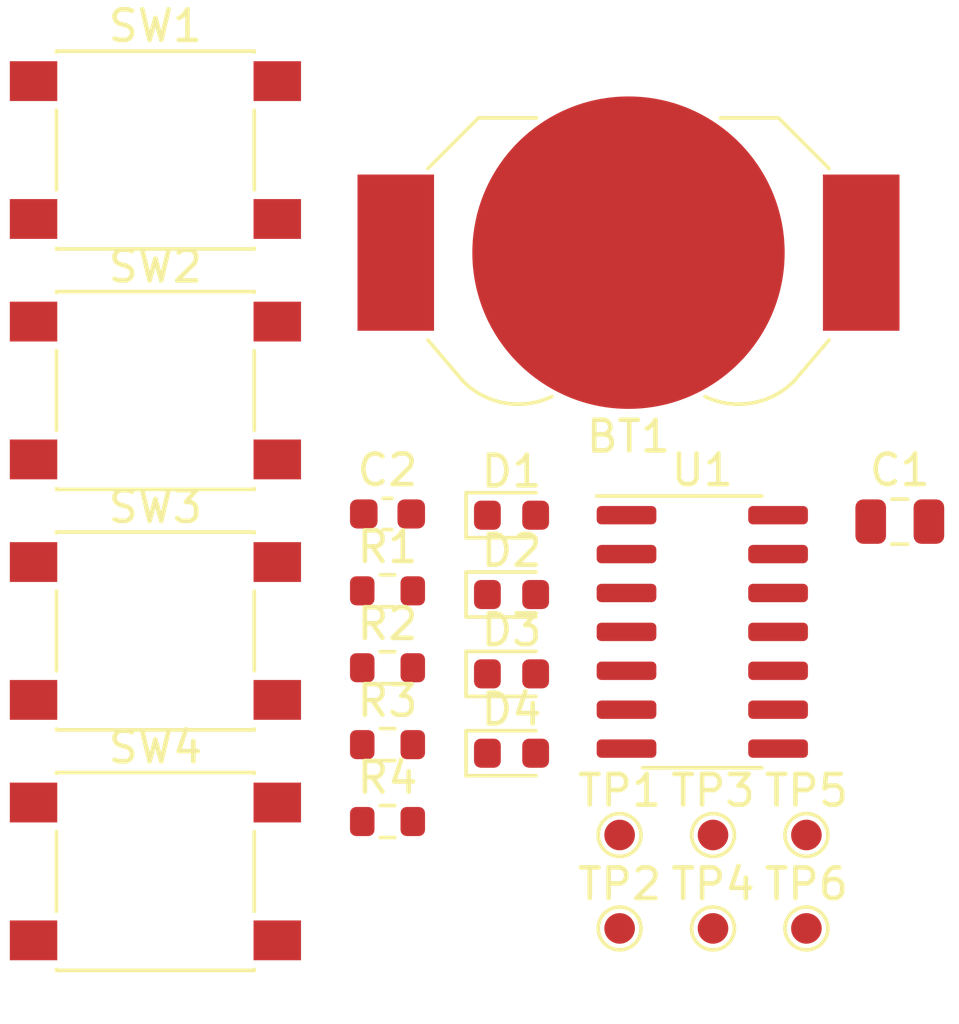
<source format=kicad_pcb>
(kicad_pcb (version 20221018) (generator pcbnew)
  (layers (0 "F.Cu" signal) (31 "B.Cu" signal) (34 "B.Paste" user) (35 "F.Paste" user) (36 "B.SilkS" user "B.Silkscreen") (37 "F.SilkS" user "F.Silkscreen") (38 "B.Mask" user) (39 "F.Mask" user) (44 "Edge.Cuts" user))
  (net 0 "")
  (net 1 "+BATT")
  (net 2 "GND")
  (net 3 "Net-(D1-A)")
  (net 4 "Net-(D2-A)")
  (net 5 "Net-(D3-A)")
  (net 6 "Net-(D4-A)")
  (net 7 "/LED1")
  (net 8 "/LED2")
  (net 9 "/LED3")
  (net 10 "/LED4")
  (net 11 "/BTN1")
  (net 12 "/BTN2")
  (net 13 "/BTN3")
  (net 14 "/BTN4")
  (net 15 "Net-(U1-~{RESET}{slash}PA0)")
  (net 16 "Net-(U1-PA1)")
  (net 17 "Net-(U1-PA2)")
  (net 18 "Net-(U1-PA3)")
  (footprint "Resistor_SMD:R_0603_1608Metric" (layer "F.Cu") (at 87.92 80.42)
    (fp_text reference "R1" (at 0 -1.43) (layer "F.SilkS"))
    (fp_text value "1k")
    (fp_line (start -0.237258 -0.5225) (end 0.237258 -0.5225) (stroke (width 0.12)) (layer "F.SilkS"))
    (fp_line (start -0.237258 0.5225) (end 0.237258 0.5225) (stroke (width 0.12)) (layer "F.SilkS"))
    (pad "1" smd roundrect (at -0.825 0) (size 0.8 0.95) (layers "F.Cu" "F.Paste" "F.Mask") (net 7 "/LED1"))
    (pad "2" smd roundrect (at 0.825 0) (size 0.8 0.95) (layers "F.Cu" "F.Paste" "F.Mask") (net 3 "Net-(D1-A)"))
  )
  (footprint "TestPoint:TestPoint_Pad_D1.0mm" (layer "F.Cu") (at 101.6 91.44)
    (fp_text reference "TP6" (at 0 -1.448) (layer "F.SilkS"))
    (fp_text value "TestPoint")
    (fp_circle (center 0 0) (end 0 0.7) (stroke (width 0.12)) (fill none) (layer "F.SilkS"))
    (pad "1" smd circle (at 0 0) (size 1 1) (layers "F.Cu" "F.Mask") (net 18 "Net-(U1-PA3)"))
  )
  (footprint "Button_Switch_SMD:SW_SPST_PTS645" (layer "F.Cu") (at 80.34 66.03)
    (fp_text reference "SW1" (at 0 -4.05) (layer "F.SilkS"))
    (fp_text value "SW_Push")
    (fp_line (start -3.23 -3.23) (end 3.23 -3.23) (stroke (width 0.12)) (layer "F.SilkS"))
    (fp_line (start -3.23 -3.2) (end -3.23 -3.23) (stroke (width 0.12)) (layer "F.SilkS"))
    (fp_line (start -3.23 -1.3) (end -3.23 1.3) (stroke (width 0.12)) (layer "F.SilkS"))
    (fp_line (start -3.23 3.23) (end -3.23 3.2) (stroke (width 0.12)) (layer "F.SilkS"))
    (fp_line (start -3.23 3.23) (end 3.23 3.23) (stroke (width 0.12)) (layer "F.SilkS"))
    (fp_line (start 3.23 -3.23) (end 3.23 -3.2) (stroke (width 0.12)) (layer "F.SilkS"))
    (fp_line (start 3.23 -1.3) (end 3.23 1.3) (stroke (width 0.12)) (layer "F.SilkS"))
    (fp_line (start 3.23 3.23) (end 3.23 3.2) (stroke (width 0.12)) (layer "F.SilkS"))
    (pad "1" smd rect (at -3.98 -2.25) (size 1.55 1.3) (layers "F.Cu" "F.Paste" "F.Mask") (net 11 "/BTN1"))
    (pad "1" smd rect (at 3.98 -2.25) (size 1.55 1.3) (layers "F.Cu" "F.Paste" "F.Mask") (net 11 "/BTN1"))
    (pad "2" smd rect (at -3.98 2.25) (size 1.55 1.3) (layers "F.Cu" "F.Paste" "F.Mask") (net 2 "GND"))
    (pad "2" smd rect (at 3.98 2.25) (size 1.55 1.3) (layers "F.Cu" "F.Paste" "F.Mask") (net 2 "GND"))
  )
  (footprint "TestPoint:TestPoint_Pad_D1.0mm" (layer "F.Cu") (at 95.5 91.44)
    (fp_text reference "TP2" (at 0 -1.448) (layer "F.SilkS"))
    (fp_text value "TestPoint")
    (fp_circle (center 0 0) (end 0 0.7) (stroke (width 0.12)) (fill none) (layer "F.SilkS"))
    (pad "1" smd circle (at 0 0) (size 1 1) (layers "F.Cu" "F.Mask") (net 2 "GND"))
  )
  (footprint "Resistor_SMD:R_0603_1608Metric" (layer "F.Cu") (at 87.92 82.93)
    (fp_text reference "R2" (at 0 -1.43) (layer "F.SilkS"))
    (fp_text value "1k")
    (fp_line (start -0.237258 -0.5225) (end 0.237258 -0.5225) (stroke (width 0.12)) (layer "F.SilkS"))
    (fp_line (start -0.237258 0.5225) (end 0.237258 0.5225) (stroke (width 0.12)) (layer "F.SilkS"))
    (pad "1" smd roundrect (at -0.825 0) (size 0.8 0.95) (layers "F.Cu" "F.Paste" "F.Mask") (net 8 "/LED2"))
    (pad "2" smd roundrect (at 0.825 0) (size 0.8 0.95) (layers "F.Cu" "F.Paste" "F.Mask") (net 4 "Net-(D2-A)"))
  )
  (footprint "Battery:BatteryHolder_LINX_BAT-HLD-012-SMT" (layer "F.Cu") (at 95.79 69.38)
    (fp_text reference "BT1" (at 0 6) (layer "F.SilkS"))
    (fp_text value "Battery_Cell")
    (fp_line (start -6.55 -2.75) (end -4.9 -4.4) (stroke (width 0.12)) (layer "F.SilkS"))
    (fp_line (start -6.55 2.85) (end -5.4 4.2) (stroke (width 0.12)) (layer "F.SilkS"))
    (fp_line (start -4.9 -4.4) (end -3 -4.4) (stroke (width 0.12)) (layer "F.SilkS"))
    (fp_line (start 4.9 -4.4) (end 3 -4.4) (stroke (width 0.12)) (layer "F.SilkS"))
    (fp_line (start 4.9 -4.4) (end 6.55 -2.75) (stroke (width 0.12)) (layer "F.SilkS"))
    (fp_line (start 6.55 2.85) (end 5.4 4.2) (stroke (width 0.12)) (layer "F.SilkS"))
    (fp_arc (start -2.504098 4.697607) (mid -4.031094 4.908816) (end -5.4 4.2) (stroke (width 0.12)) (layer "F.SilkS"))
    (fp_arc (start 5.4 4.2) (mid 4.029781 4.909041) (end 2.501694 4.696459) (stroke (width 0.12)) (layer "F.SilkS"))
    (pad "1" smd rect (at -7.6 0) (size 2.5 5.1) (layers "F.Cu" "F.Paste" "F.Mask") (net 1 "+BATT"))
    (pad "1" smd rect (at 7.6 0) (size 2.5 5.1) (layers "F.Cu" "F.Paste" "F.Mask") (net 1 "+BATT"))
    (pad "2" smd circle (at 0 0) (size 10.2 10.2) (layers "F.Cu" "F.Mask") (net 2 "GND"))
  )
  (footprint "Button_Switch_SMD:SW_SPST_PTS645" (layer "F.Cu") (at 80.34 81.73)
    (fp_text reference "SW3" (at 0 -4.05) (layer "F.SilkS"))
    (fp_text value "SW_Push")
    (fp_line (start -3.23 -3.23) (end 3.23 -3.23) (stroke (width 0.12)) (layer "F.SilkS"))
    (fp_line (start -3.23 -3.2) (end -3.23 -3.23) (stroke (width 0.12)) (layer "F.SilkS"))
    (fp_line (start -3.23 -1.3) (end -3.23 1.3) (stroke (width 0.12)) (layer "F.SilkS"))
    (fp_line (start -3.23 3.23) (end -3.23 3.2) (stroke (width 0.12)) (layer "F.SilkS"))
    (fp_line (start -3.23 3.23) (end 3.23 3.23) (stroke (width 0.12)) (layer "F.SilkS"))
    (fp_line (start 3.23 -3.23) (end 3.23 -3.2) (stroke (width 0.12)) (layer "F.SilkS"))
    (fp_line (start 3.23 -1.3) (end 3.23 1.3) (stroke (width 0.12)) (layer "F.SilkS"))
    (fp_line (start 3.23 3.23) (end 3.23 3.2) (stroke (width 0.12)) (layer "F.SilkS"))
    (pad "1" smd rect (at -3.98 -2.25) (size 1.55 1.3) (layers "F.Cu" "F.Paste" "F.Mask") (net 13 "/BTN3"))
    (pad "1" smd rect (at 3.98 -2.25) (size 1.55 1.3) (layers "F.Cu" "F.Paste" "F.Mask") (net 13 "/BTN3"))
    (pad "2" smd rect (at -3.98 2.25) (size 1.55 1.3) (layers "F.Cu" "F.Paste" "F.Mask") (net 2 "GND"))
    (pad "2" smd rect (at 3.98 2.25) (size 1.55 1.3) (layers "F.Cu" "F.Paste" "F.Mask") (net 2 "GND"))
  )
  (footprint "Button_Switch_SMD:SW_SPST_PTS645" (layer "F.Cu") (at 80.34 73.88)
    (fp_text reference "SW2" (at 0 -4.05) (layer "F.SilkS"))
    (fp_text value "SW_Push")
    (fp_line (start -3.23 -3.23) (end 3.23 -3.23) (stroke (width 0.12)) (layer "F.SilkS"))
    (fp_line (start -3.23 -3.2) (end -3.23 -3.23) (stroke (width 0.12)) (layer "F.SilkS"))
    (fp_line (start -3.23 -1.3) (end -3.23 1.3) (stroke (width 0.12)) (layer "F.SilkS"))
    (fp_line (start -3.23 3.23) (end -3.23 3.2) (stroke (width 0.12)) (layer "F.SilkS"))
    (fp_line (start -3.23 3.23) (end 3.23 3.23) (stroke (width 0.12)) (layer "F.SilkS"))
    (fp_line (start 3.23 -3.23) (end 3.23 -3.2) (stroke (width 0.12)) (layer "F.SilkS"))
    (fp_line (start 3.23 -1.3) (end 3.23 1.3) (stroke (width 0.12)) (layer "F.SilkS"))
    (fp_line (start 3.23 3.23) (end 3.23 3.2) (stroke (width 0.12)) (layer "F.SilkS"))
    (pad "1" smd rect (at -3.98 -2.25) (size 1.55 1.3) (layers "F.Cu" "F.Paste" "F.Mask") (net 12 "/BTN2"))
    (pad "1" smd rect (at 3.98 -2.25) (size 1.55 1.3) (layers "F.Cu" "F.Paste" "F.Mask") (net 12 "/BTN2"))
    (pad "2" smd rect (at -3.98 2.25) (size 1.55 1.3) (layers "F.Cu" "F.Paste" "F.Mask") (net 2 "GND"))
    (pad "2" smd rect (at 3.98 2.25) (size 1.55 1.3) (layers "F.Cu" "F.Paste" "F.Mask") (net 2 "GND"))
  )
  (footprint "Package_SO:SOIC-14_3.9x8.7mm_P1.27mm" (layer "F.Cu") (at 98.2 81.76)
    (fp_text reference "U1" (at 0 -5.28) (layer "F.SilkS"))
    (fp_text value "ATtiny404-SS")
    (fp_line (start 0 -4.435) (end -3.45 -4.435) (stroke (width 0.12)) (layer "F.SilkS"))
    (fp_line (start 0 -4.435) (end 1.95 -4.435) (stroke (width 0.12)) (layer "F.SilkS"))
    (fp_line (start 0 4.435) (end -1.95 4.435) (stroke (width 0.12)) (layer "F.SilkS"))
    (fp_line (start 0 4.435) (end 1.95 4.435) (stroke (width 0.12)) (layer "F.SilkS"))
    (pad "1" smd roundrect (at -2.475 -3.81) (size 1.95 0.6) (layers "F.Cu" "F.Paste" "F.Mask") (net 1 "+BATT"))
    (pad "2" smd roundrect (at -2.475 -2.54) (size 1.95 0.6) (layers "F.Cu" "F.Paste" "F.Mask") (net 7 "/LED1"))
    (pad "3" smd roundrect (at -2.475 -1.27) (size 1.95 0.6) (layers "F.Cu" "F.Paste" "F.Mask") (net 8 "/LED2"))
    (pad "4" smd roundrect (at -2.475 0) (size 1.95 0.6) (layers "F.Cu" "F.Paste" "F.Mask") (net 9 "/LED3"))
    (pad "5" smd roundrect (at -2.475 1.27) (size 1.95 0.6) (layers "F.Cu" "F.Paste" "F.Mask") (net 10 "/LED4"))
    (pad "6" smd roundrect (at -2.475 2.54) (size 1.95 0.6) (layers "F.Cu" "F.Paste" "F.Mask") (net 14 "/BTN4"))
    (pad "7" smd roundrect (at -2.475 3.81) (size 1.95 0.6) (layers "F.Cu" "F.Paste" "F.Mask") (net 13 "/BTN3"))
    (pad "8" smd roundrect (at 2.475 3.81) (size 1.95 0.6) (layers "F.Cu" "F.Paste" "F.Mask") (net 12 "/BTN2"))
    (pad "9" smd roundrect (at 2.475 2.54) (size 1.95 0.6) (layers "F.Cu" "F.Paste" "F.Mask") (net 11 "/BTN1"))
    (pad "10" smd roundrect (at 2.475 1.27) (size 1.95 0.6) (layers "F.Cu" "F.Paste" "F.Mask") (net 15 "Net-(U1-~{RESET}{slash}PA0)"))
    (pad "11" smd roundrect (at 2.475 0) (size 1.95 0.6) (layers "F.Cu" "F.Paste" "F.Mask") (net 16 "Net-(U1-PA1)"))
    (pad "12" smd roundrect (at 2.475 -1.27) (size 1.95 0.6) (layers "F.Cu" "F.Paste" "F.Mask") (net 17 "Net-(U1-PA2)"))
    (pad "13" smd roundrect (at 2.475 -2.54) (size 1.95 0.6) (layers "F.Cu" "F.Paste" "F.Mask") (net 18 "Net-(U1-PA3)"))
    (pad "14" smd roundrect (at 2.475 -3.81) (size 1.95 0.6) (layers "F.Cu" "F.Paste" "F.Mask") (net 2 "GND"))
  )
  (footprint "LED_SMD:LED_0603_1608Metric" (layer "F.Cu") (at 91.97 85.72)
    (fp_text reference "D4" (at 0 -1.43) (layer "F.SilkS"))
    (fp_text value "LED")
    (fp_line (start -1.485 -0.735) (end -1.485 0.735) (stroke (width 0.12)) (layer "F.SilkS"))
    (fp_line (start -1.485 0.735) (end 0.8 0.735) (stroke (width 0.12)) (layer "F.SilkS"))
    (fp_line (start 0.8 -0.735) (end -1.485 -0.735) (stroke (width 0.12)) (layer "F.SilkS"))
    (pad "1" smd roundrect (at -0.7875 0) (size 0.875 0.95) (layers "F.Cu" "F.Paste" "F.Mask") (net 2 "GND"))
    (pad "2" smd roundrect (at 0.7875 0) (size 0.875 0.95) (layers "F.Cu" "F.Paste" "F.Mask") (net 6 "Net-(D4-A)"))
  )
  (footprint "TestPoint:TestPoint_Pad_D1.0mm" (layer "F.Cu") (at 101.6 88.39)
    (fp_text reference "TP5" (at 0 -1.448) (layer "F.SilkS"))
    (fp_text value "TestPoint")
    (fp_circle (center 0 0) (end 0 0.7) (stroke (width 0.12)) (fill none) (layer "F.SilkS"))
    (pad "1" smd circle (at 0 0) (size 1 1) (layers "F.Cu" "F.Mask") (net 17 "Net-(U1-PA2)"))
  )
  (footprint "Resistor_SMD:R_0603_1608Metric" (layer "F.Cu") (at 87.92 85.44)
    (fp_text reference "R3" (at 0 -1.43) (layer "F.SilkS"))
    (fp_text value "1k")
    (fp_line (start -0.237258 -0.5225) (end 0.237258 -0.5225) (stroke (width 0.12)) (layer "F.SilkS"))
    (fp_line (start -0.237258 0.5225) (end 0.237258 0.5225) (stroke (width 0.12)) (layer "F.SilkS"))
    (pad "1" smd roundrect (at -0.825 0) (size 0.8 0.95) (layers "F.Cu" "F.Paste" "F.Mask") (net 9 "/LED3"))
    (pad "2" smd roundrect (at 0.825 0) (size 0.8 0.95) (layers "F.Cu" "F.Paste" "F.Mask") (net 5 "Net-(D3-A)"))
  )
  (footprint "Resistor_SMD:R_0603_1608Metric" (layer "F.Cu") (at 87.92 87.95)
    (fp_text reference "R4" (at 0 -1.43) (layer "F.SilkS"))
    (fp_text value "1k")
    (fp_line (start -0.237258 -0.5225) (end 0.237258 -0.5225) (stroke (width 0.12)) (layer "F.SilkS"))
    (fp_line (start -0.237258 0.5225) (end 0.237258 0.5225) (stroke (width 0.12)) (layer "F.SilkS"))
    (pad "1" smd roundrect (at -0.825 0) (size 0.8 0.95) (layers "F.Cu" "F.Paste" "F.Mask") (net 10 "/LED4"))
    (pad "2" smd roundrect (at 0.825 0) (size 0.8 0.95) (layers "F.Cu" "F.Paste" "F.Mask") (net 6 "Net-(D4-A)"))
  )
  (footprint "TestPoint:TestPoint_Pad_D1.0mm" (layer "F.Cu") (at 98.55 88.39)
    (fp_text reference "TP3" (at 0 -1.448) (layer "F.SilkS"))
    (fp_text value "TestPoint")
    (fp_circle (center 0 0) (end 0 0.7) (stroke (width 0.12)) (fill none) (layer "F.SilkS"))
    (pad "1" smd circle (at 0 0) (size 1 1) (layers "F.Cu" "F.Mask") (net 15 "Net-(U1-~{RESET}{slash}PA0)"))
  )
  (footprint "Button_Switch_SMD:SW_SPST_PTS645" (layer "F.Cu") (at 80.34 89.58)
    (fp_text reference "SW4" (at 0 -4.05) (layer "F.SilkS"))
    (fp_text value "SW_Push")
    (fp_line (start -3.23 -3.23) (end 3.23 -3.23) (stroke (width 0.12)) (layer "F.SilkS"))
    (fp_line (start -3.23 -3.2) (end -3.23 -3.23) (stroke (width 0.12)) (layer "F.SilkS"))
    (fp_line (start -3.23 -1.3) (end -3.23 1.3) (stroke (width 0.12)) (layer "F.SilkS"))
    (fp_line (start -3.23 3.23) (end -3.23 3.2) (stroke (width 0.12)) (layer "F.SilkS"))
    (fp_line (start -3.23 3.23) (end 3.23 3.23) (stroke (width 0.12)) (layer "F.SilkS"))
    (fp_line (start 3.23 -3.23) (end 3.23 -3.2) (stroke (width 0.12)) (layer "F.SilkS"))
    (fp_line (start 3.23 -1.3) (end 3.23 1.3) (stroke (width 0.12)) (layer "F.SilkS"))
    (fp_line (start 3.23 3.23) (end 3.23 3.2) (stroke (width 0.12)) (layer "F.SilkS"))
    (pad "1" smd rect (at -3.98 -2.25) (size 1.55 1.3) (layers "F.Cu" "F.Paste" "F.Mask") (net 14 "/BTN4"))
    (pad "1" smd rect (at 3.98 -2.25) (size 1.55 1.3) (layers "F.Cu" "F.Paste" "F.Mask") (net 14 "/BTN4"))
    (pad "2" smd rect (at -3.98 2.25) (size 1.55 1.3) (layers "F.Cu" "F.Paste" "F.Mask") (net 2 "GND"))
    (pad "2" smd rect (at 3.98 2.25) (size 1.55 1.3) (layers "F.Cu" "F.Paste" "F.Mask") (net 2 "GND"))
  )
  (footprint "LED_SMD:LED_0603_1608Metric" (layer "F.Cu") (at 91.97 83.13)
    (fp_text reference "D3" (at 0 -1.43) (layer "F.SilkS"))
    (fp_text value "LED")
    (fp_line (start -1.485 -0.735) (end -1.485 0.735) (stroke (width 0.12)) (layer "F.SilkS"))
    (fp_line (start -1.485 0.735) (end 0.8 0.735) (stroke (width 0.12)) (layer "F.SilkS"))
    (fp_line (start 0.8 -0.735) (end -1.485 -0.735) (stroke (width 0.12)) (layer "F.SilkS"))
    (pad "1" smd roundrect (at -0.7875 0) (size 0.875 0.95) (layers "F.Cu" "F.Paste" "F.Mask") (net 2 "GND"))
    (pad "2" smd roundrect (at 0.7875 0) (size 0.875 0.95) (layers "F.Cu" "F.Paste" "F.Mask") (net 5 "Net-(D3-A)"))
  )
  (footprint "Capacitor_SMD:C_0805_2012Metric" (layer "F.Cu") (at 104.65 78.16)
    (fp_text reference "C1" (at 0 -1.68) (layer "F.SilkS"))
    (fp_text value "10uF")
    (fp_line (start -0.261252 -0.735) (end 0.261252 -0.735) (stroke (width 0.12)) (layer "F.SilkS"))
    (fp_line (start -0.261252 0.735) (end 0.261252 0.735) (stroke (width 0.12)) (layer "F.SilkS"))
    (pad "1" smd roundrect (at -0.95 0) (size 1 1.45) (layers "F.Cu" "F.Paste" "F.Mask") (net 1 "+BATT"))
    (pad "2" smd roundrect (at 0.95 0) (size 1 1.45) (layers "F.Cu" "F.Paste" "F.Mask") (net 2 "GND"))
  )
  (footprint "TestPoint:TestPoint_Pad_D1.0mm" (layer "F.Cu") (at 95.5 88.39)
    (fp_text reference "TP1" (at 0 -1.448) (layer "F.SilkS"))
    (fp_text value "TestPoint")
    (fp_circle (center 0 0) (end 0 0.7) (stroke (width 0.12)) (fill none) (layer "F.SilkS"))
    (pad "1" smd circle (at 0 0) (size 1 1) (layers "F.Cu" "F.Mask") (net 1 "+BATT"))
  )
  (footprint "TestPoint:TestPoint_Pad_D1.0mm" (layer "F.Cu") (at 98.55 91.44)
    (fp_text reference "TP4" (at 0 -1.448) (layer "F.SilkS"))
    (fp_text value "TestPoint")
    (fp_circle (center 0 0) (end 0 0.7) (stroke (width 0.12)) (fill none) (layer "F.SilkS"))
    (pad "1" smd circle (at 0 0) (size 1 1) (layers "F.Cu" "F.Mask") (net 16 "Net-(U1-PA1)"))
  )
  (footprint "LED_SMD:LED_0603_1608Metric" (layer "F.Cu") (at 91.97 80.54)
    (fp_text reference "D2" (at 0 -1.43) (layer "F.SilkS"))
    (fp_text value "LED")
    (fp_line (start -1.485 -0.735) (end -1.485 0.735) (stroke (width 0.12)) (layer "F.SilkS"))
    (fp_line (start -1.485 0.735) (end 0.8 0.735) (stroke (width 0.12)) (layer "F.SilkS"))
    (fp_line (start 0.8 -0.735) (end -1.485 -0.735) (stroke (width 0.12)) (layer "F.SilkS"))
    (pad "1" smd roundrect (at -0.7875 0) (size 0.875 0.95) (layers "F.Cu" "F.Paste" "F.Mask") (net 2 "GND"))
    (pad "2" smd roundrect (at 0.7875 0) (size 0.875 0.95) (layers "F.Cu" "F.Paste" "F.Mask") (net 4 "Net-(D2-A)"))
  )
  (footprint "Capacitor_SMD:C_0603_1608Metric" (layer "F.Cu") (at 87.92 77.91)
    (fp_text reference "C2" (at 0 -1.43) (layer "F.SilkS"))
    (fp_text value "100nF")
    (fp_line (start -0.14058 -0.51) (end 0.14058 -0.51) (stroke (width 0.12)) (layer "F.SilkS"))
    (fp_line (start -0.14058 0.51) (end 0.14058 0.51) (stroke (width 0.12)) (layer "F.SilkS"))
    (pad "1" smd roundrect (at -0.775 0) (size 0.9 0.95) (layers "F.Cu" "F.Paste" "F.Mask") (net 1 "+BATT"))
    (pad "2" smd roundrect (at 0.775 0) (size 0.9 0.95) (layers "F.Cu" "F.Paste" "F.Mask") (net 2 "GND"))
  )
  (footprint "LED_SMD:LED_0603_1608Metric" (layer "F.Cu") (at 91.97 77.95)
    (fp_text reference "D1" (at 0 -1.43) (layer "F.SilkS"))
    (fp_text value "LED")
    (fp_line (start -1.485 -0.735) (end -1.485 0.735) (stroke (width 0.12)) (layer "F.SilkS"))
    (fp_line (start -1.485 0.735) (end 0.8 0.735) (stroke (width 0.12)) (layer "F.SilkS"))
    (fp_line (start 0.8 -0.735) (end -1.485 -0.735) (stroke (width 0.12)) (layer "F.SilkS"))
    (pad "1" smd roundrect (at -0.7875 0) (size 0.875 0.95) (layers "F.Cu" "F.Paste" "F.Mask") (net 2 "GND"))
    (pad "2" smd roundrect (at 0.7875 0) (size 0.875 0.95) (layers "F.Cu" "F.Paste" "F.Mask") (net 3 "Net-(D1-A)"))
  )
)
</source>
